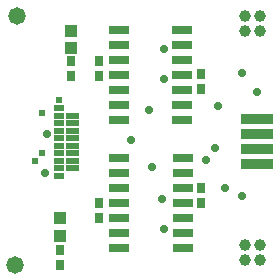
<source format=gts>
%FSLAX25Y25*%
%MOIN*%
G70*
G01*
G75*
%ADD10C,0.01000*%
%ADD11R,0.02800X0.01500*%
%ADD12R,0.03150X0.03150*%
%ADD13R,0.03150X0.03150*%
%ADD14R,0.02300X0.03000*%
%ADD15R,0.05906X0.02362*%
%ADD16R,0.10000X0.03000*%
%ADD17C,0.02000*%
%ADD18C,0.01500*%
%ADD19C,0.03150*%
%ADD20C,0.03150*%
%ADD21C,0.02000*%
%ADD22C,0.01600*%
%ADD23C,0.05000*%
%ADD24C,0.00800*%
%ADD25C,0.01200*%
%ADD26C,0.00787*%
%ADD27C,0.00984*%
%ADD28R,0.17000X0.22638*%
%ADD29R,0.03600X0.02300*%
%ADD30R,0.03950X0.03950*%
%ADD31R,0.03950X0.03950*%
%ADD32R,0.03100X0.03800*%
%ADD33R,0.06706X0.03162*%
%ADD34R,0.10800X0.03800*%
%ADD35C,0.03950*%
%ADD36C,0.03950*%
%ADD37C,0.02800*%
%ADD38C,0.02400*%
%ADD39C,0.05800*%
D29*
X122200Y458200D02*
D03*
Y455700D02*
D03*
Y453200D02*
D03*
Y443200D02*
D03*
X125900Y453200D02*
D03*
Y455700D02*
D03*
Y458200D02*
D03*
Y460700D02*
D03*
X122200Y440700D02*
D03*
Y445700D02*
D03*
Y448200D02*
D03*
Y450700D02*
D03*
Y460700D02*
D03*
Y463200D02*
D03*
X125900Y448200D02*
D03*
Y450700D02*
D03*
Y443200D02*
D03*
Y445700D02*
D03*
D30*
X122500Y420500D02*
D03*
X126000Y489000D02*
D03*
D31*
X122500Y426405D02*
D03*
X126000Y483095D02*
D03*
D32*
X122500Y416000D02*
D03*
Y411000D02*
D03*
X126000Y474000D02*
D03*
Y479000D02*
D03*
X135500D02*
D03*
Y474000D02*
D03*
X169500Y469500D02*
D03*
Y474500D02*
D03*
X135500Y426500D02*
D03*
Y431500D02*
D03*
X169500Y436500D02*
D03*
Y431500D02*
D03*
D33*
X163200Y459200D02*
D03*
X141940D02*
D03*
X163200Y464200D02*
D03*
Y469200D02*
D03*
Y474200D02*
D03*
Y479200D02*
D03*
Y484200D02*
D03*
Y489200D02*
D03*
X141940Y464200D02*
D03*
Y469200D02*
D03*
Y474200D02*
D03*
Y479200D02*
D03*
Y484200D02*
D03*
Y489200D02*
D03*
X163260Y416500D02*
D03*
X142000D02*
D03*
X163260Y421500D02*
D03*
Y426500D02*
D03*
Y431500D02*
D03*
Y436500D02*
D03*
Y441500D02*
D03*
Y446500D02*
D03*
X142000Y421500D02*
D03*
Y426500D02*
D03*
Y431500D02*
D03*
Y436500D02*
D03*
Y441500D02*
D03*
Y446500D02*
D03*
D34*
X188200Y444700D02*
D03*
Y449700D02*
D03*
Y459700D02*
D03*
Y454700D02*
D03*
D35*
X184000Y417500D02*
D03*
Y494000D02*
D03*
D36*
X189000Y417500D02*
D03*
X184000Y412500D02*
D03*
X189000D02*
D03*
Y494000D02*
D03*
X184000Y489000D02*
D03*
X189000D02*
D03*
D37*
X177500Y436500D02*
D03*
X188000Y468500D02*
D03*
X161660Y446500D02*
D03*
Y441500D02*
D03*
Y416400D02*
D03*
Y421400D02*
D03*
X143560Y416400D02*
D03*
Y421400D02*
D03*
Y441500D02*
D03*
Y446500D02*
D03*
X143600Y464200D02*
D03*
Y489200D02*
D03*
Y484200D02*
D03*
Y459200D02*
D03*
X161600D02*
D03*
Y464200D02*
D03*
Y489200D02*
D03*
Y484200D02*
D03*
X175000Y464000D02*
D03*
X117500Y441500D02*
D03*
X135500Y426500D02*
D03*
X122500Y426405D02*
D03*
X135500Y479000D02*
D03*
X126000Y489000D02*
D03*
X118000Y454500D02*
D03*
X174000Y450000D02*
D03*
X169500Y469500D02*
D03*
Y436500D02*
D03*
X152000Y462500D02*
D03*
X153000Y443500D02*
D03*
X157000Y483000D02*
D03*
Y473000D02*
D03*
X146000Y452500D02*
D03*
X156500Y433000D02*
D03*
X157000Y423000D02*
D03*
X183000Y475000D02*
D03*
Y434000D02*
D03*
X171000Y446000D02*
D03*
D38*
X127800Y460700D02*
D03*
X127700Y458200D02*
D03*
X127800Y455700D02*
D03*
Y453200D02*
D03*
X127700Y450700D02*
D03*
Y448200D02*
D03*
Y445700D02*
D03*
Y443200D02*
D03*
X116500Y461500D02*
D03*
X114000Y445700D02*
D03*
X122200Y466000D02*
D03*
X116500Y448200D02*
D03*
D39*
X107500Y411000D02*
D03*
X108000Y494000D02*
D03*
M02*

</source>
